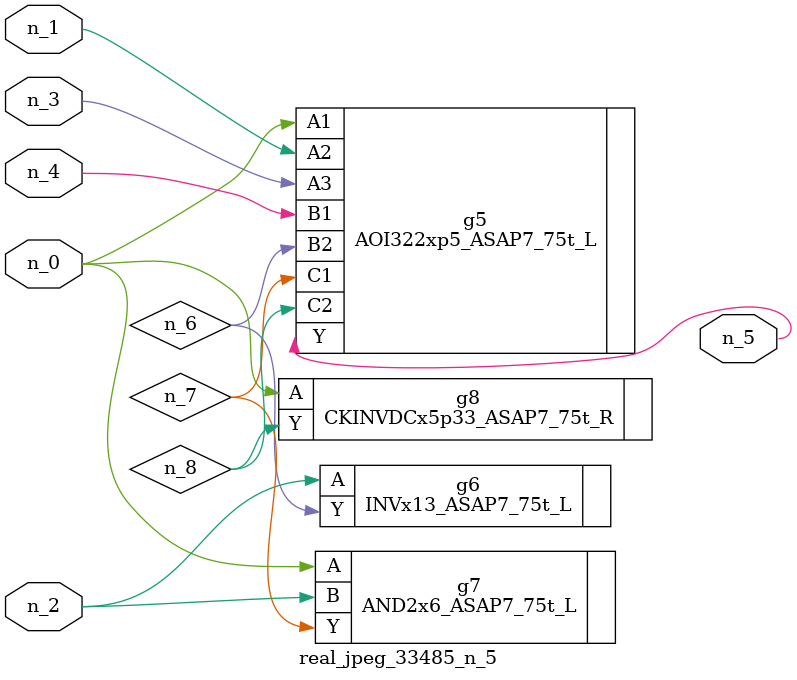
<source format=v>
module real_jpeg_33485_n_5 (n_4, n_0, n_1, n_2, n_3, n_5);

input n_4;
input n_0;
input n_1;
input n_2;
input n_3;

output n_5;

wire n_8;
wire n_6;
wire n_7;

AOI322xp5_ASAP7_75t_L g5 ( 
.A1(n_0),
.A2(n_1),
.A3(n_3),
.B1(n_4),
.B2(n_6),
.C1(n_7),
.C2(n_8),
.Y(n_5)
);

AND2x6_ASAP7_75t_L g7 ( 
.A(n_0),
.B(n_2),
.Y(n_7)
);

CKINVDCx5p33_ASAP7_75t_R g8 ( 
.A(n_0),
.Y(n_8)
);

INVx13_ASAP7_75t_L g6 ( 
.A(n_2),
.Y(n_6)
);


endmodule
</source>
